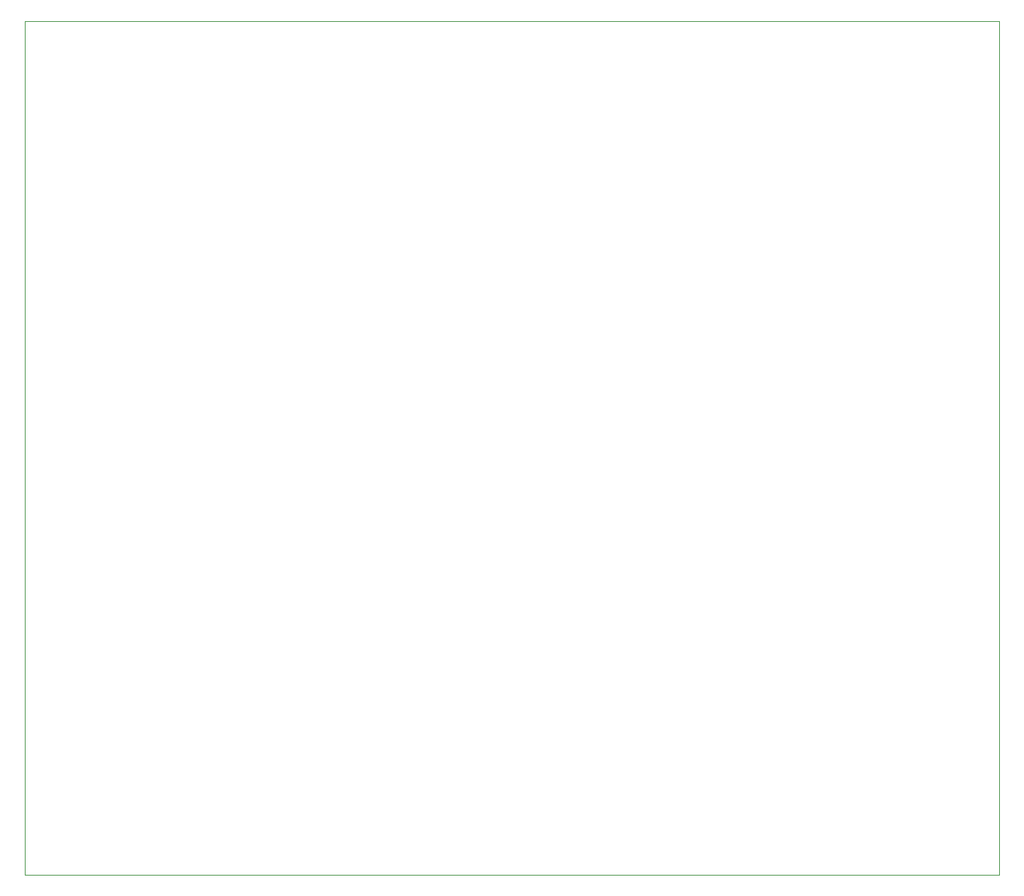
<source format=gbr>
%TF.GenerationSoftware,Altium Limited,Altium Designer,25.6.2 (33)*%
G04 Layer_Color=0*
%FSLAX45Y45*%
%MOMM*%
%TF.SameCoordinates,A7DCC95B-C82A-44D7-B00A-882B20F37DA3*%
%TF.FilePolarity,Positive*%
%TF.FileFunction,Profile,NP*%
%TF.Part,Single*%
G01*
G75*
%TA.AperFunction,Profile*%
%ADD64C,0.02540*%
D64*
X2850000Y2550000D02*
Y12450000D01*
X14150000D01*
Y2550000D01*
X2850000D01*
%TF.MD5,e9b4e43b0bdc439b150a4eff72f7e823*%
M02*

</source>
